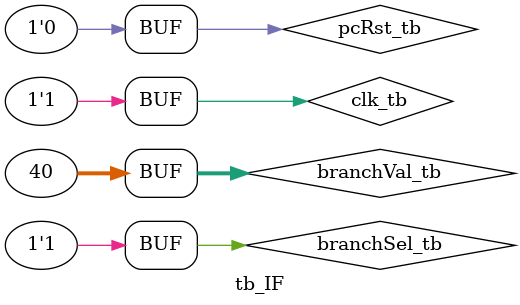
<source format=sv>
module tb_IF();
  logic pcRst, clk, pcEn, branchSel_tb;
  logic [31:0] branchVal_tb, pcP_tb, pcN_tb, instOut_tb;
  
  IF dut(.clk(clk_tb), 
         .pcRst(pcRst_tb), 
         .branchSel(branchSel_tb), 
         .branchVal(branchVal_tb), 
         .pcP(pcP_tb),
         .pcN(pcN_tb), 
         .instOut(instOut_tb),
         .pcEn(pcEn_tb),
        );
  
  always
    begin
      clk_tb = 0;
      #1;
      clk_tb = 1;
      #1;
    end
  
  initial
    begin
      $dumpfile("dump.vcd");
      $dumpvars(0, tb_IF);
      pcRst_tb <= 1;
      branchSel_tb <= 0;
      branchVal_tb <= 0;
      #1 pcRst_tb <= 0;
      #30;
      #1 branchSel_tb <= 1;
      #1 branchVal_tb <= 40;
    end
endmodule

</source>
